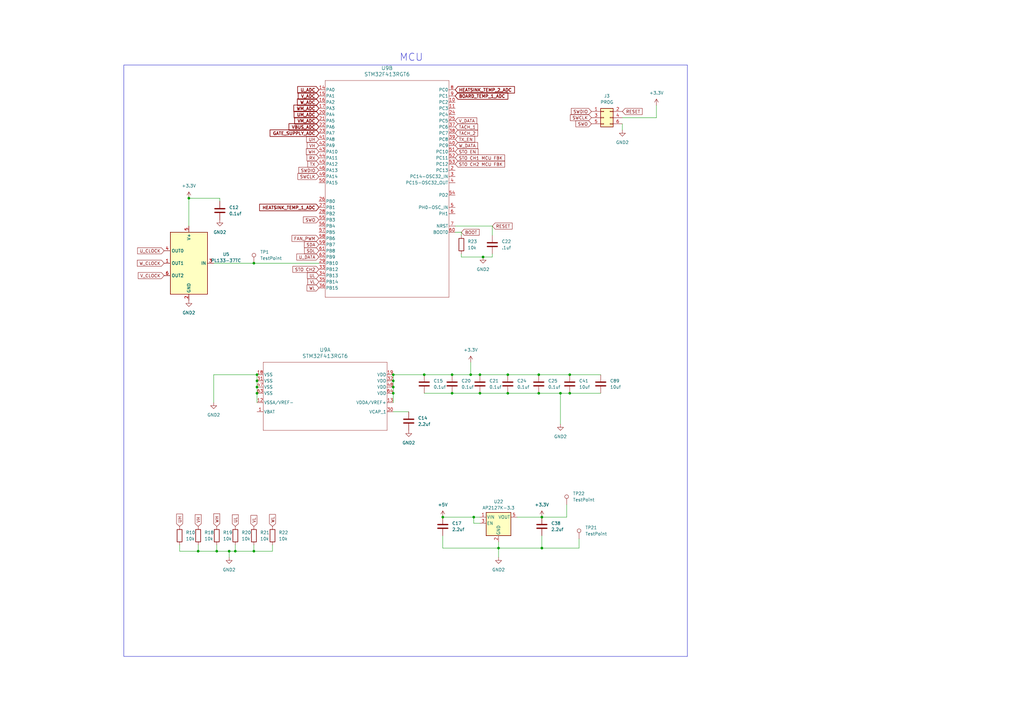
<source format=kicad_sch>
(kicad_sch (version 20231120) (generator "eeschema") (generator_version "8.0")
  (paper "A3")
  (lib_symbols
    (symbol "2023-05-15_23-02-32:STM32F413RGT6" (pin_names (offset 0.254))
      (property "Reference" "U1" (at 31.75 -45.72 0))
      (property "Value" "STM32F413RGT6" (at 25.4 -49.53 0))
      (symbol "STM32F413RGT6_1_1"
        (polyline (pts (xy 7.62 -22.86) (xy 58.42 -22.86)) (stroke (width 0.127)))
        (polyline (pts (xy 7.62 5.08) (xy 7.62 -22.86)) (stroke (width 0.127)))
        (polyline (pts (xy 58.42 -22.86) (xy 58.42 5.08)) (stroke (width 0.127)))
        (polyline (pts (xy 58.42 5.08) (xy 7.62 5.08)) (stroke (width 0.127)))
        (pin power_in line (at 5.08 -15.24 0) (length 2.54) (name "VBAT") (number "1"))
        (pin power_in line (at 5.08 -11.43 0) (length 2.54) (name "VSSA/VREF-") (number "12"))
        (pin power_in line (at 60.96 -11.43 180) (length 2.54) (name "VDDA/VREF+") (number "13"))
        (pin power_in line (at 5.08 0 0) (length 2.54) (name "VSS") (number "18"))
        (pin power_in line (at 60.96 0 180) (length 2.54) (name "VDD") (number "19"))
        (pin power_in line (at 60.96 -15.24 180) (length 2.54) (name "VCAP_1") (number "30"))
        (pin power_in line (at 5.08 -2.54 0) (length 2.54) (name "VSS") (number "31"))
        (pin power_in line (at 60.96 -2.54 180) (length 2.54) (name "VDD") (number "32"))
        (pin power_in line (at 5.08 -5.08 0) (length 2.54) (name "VSS") (number "47"))
        (pin power_in line (at 60.96 -5.08 180) (length 2.54) (name "VDD") (number "48"))
        (pin power_in line (at 5.08 -7.62 0) (length 2.54) (name "VSS") (number "63"))
        (pin power_in line (at 60.96 -7.62 180) (length 2.54) (name "VDD") (number "64"))
      )
      (symbol "STM32F413RGT6_2_1"
        (polyline (pts (xy 7.62 -83.82) (xy 58.42 -83.82)) (stroke (width 0.127)))
        (polyline (pts (xy 7.62 5.08) (xy 7.62 -83.82)) (stroke (width 0.127)))
        (polyline (pts (xy 58.42 -83.82) (xy 58.42 5.08)) (stroke (width 0.127)))
        (polyline (pts (xy 58.42 5.08) (xy 7.62 5.08)) (stroke (width 0.127)))
        (pin bidirectional line (at 60.96 -3.81 180) (length 2.54) (name "PC2") (number "10"))
        (pin bidirectional line (at 60.96 -6.35 180) (length 2.54) (name "PC3") (number "11"))
        (pin bidirectional line (at 5.08 1.27 0) (length 2.54) (name "PA0") (number "14"))
        (pin bidirectional line (at 5.08 -1.27 0) (length 2.54) (name "PA1") (number "15"))
        (pin bidirectional line (at 5.08 -3.81 0) (length 2.54) (name "PA2") (number "16"))
        (pin bidirectional line (at 5.08 -6.35 0) (length 2.54) (name "PA3") (number "17"))
        (pin bidirectional line (at 60.96 -31.75 180) (length 2.54) (name "PC13") (number "2"))
        (pin bidirectional line (at 5.08 -8.89 0) (length 2.54) (name "PA4") (number "20"))
        (pin bidirectional line (at 5.08 -11.43 0) (length 2.54) (name "PA5") (number "21"))
        (pin bidirectional line (at 5.08 -13.97 0) (length 2.54) (name "PA6") (number "22"))
        (pin bidirectional line (at 5.08 -16.51 0) (length 2.54) (name "PA7") (number "23"))
        (pin bidirectional line (at 60.96 -8.89 180) (length 2.54) (name "PC4") (number "24"))
        (pin bidirectional line (at 60.96 -11.43 180) (length 2.54) (name "PC5") (number "25"))
        (pin bidirectional line (at 5.08 -44.45 0) (length 2.54) (name "PB0") (number "26"))
        (pin bidirectional line (at 5.08 -46.99 0) (length 2.54) (name "PB1") (number "27"))
        (pin bidirectional line (at 5.08 -49.53 0) (length 2.54) (name "PB2") (number "28"))
        (pin bidirectional line (at 5.08 -69.85 0) (length 2.54) (name "PB10") (number "29"))
        (pin bidirectional line (at 60.96 -34.29 180) (length 2.54) (name "PC14-OSC32_IN") (number "3"))
        (pin bidirectional line (at 5.08 -72.39 0) (length 2.54) (name "PB12") (number "33"))
        (pin bidirectional line (at 5.08 -74.93 0) (length 2.54) (name "PB13") (number "34"))
        (pin bidirectional line (at 5.08 -77.47 0) (length 2.54) (name "PB14") (number "35"))
        (pin bidirectional line (at 5.08 -80.01 0) (length 2.54) (name "PB15") (number "36"))
        (pin bidirectional line (at 60.96 -13.97 180) (length 2.54) (name "PC6") (number "37"))
        (pin bidirectional line (at 60.96 -16.51 180) (length 2.54) (name "PC7") (number "38"))
        (pin bidirectional line (at 60.96 -19.05 180) (length 2.54) (name "PC8") (number "39"))
        (pin bidirectional line (at 60.96 -36.83 180) (length 2.54) (name "PC15-OSC32_OUT") (number "4"))
        (pin bidirectional line (at 60.96 -21.59 180) (length 2.54) (name "PC9") (number "40"))
        (pin bidirectional line (at 5.08 -19.05 0) (length 2.54) (name "PA8") (number "41"))
        (pin bidirectional line (at 5.08 -21.59 0) (length 2.54) (name "PA9") (number "42"))
        (pin bidirectional line (at 5.08 -24.13 0) (length 2.54) (name "PA10") (number "43"))
        (pin bidirectional line (at 5.08 -26.67 0) (length 2.54) (name "PA11") (number "44"))
        (pin bidirectional line (at 5.08 -31.75 0) (length 2.54) (name "PA12") (number "45"))
        (pin bidirectional line (at 5.08 -29.21 0) (length 2.54) (name "PA12") (number "45"))
        (pin bidirectional line (at 5.08 -34.29 0) (length 2.54) (name "PA13") (number "46"))
        (pin bidirectional line (at 5.08 -36.83 0) (length 2.54) (name "PA14") (number "49"))
        (pin bidirectional line (at 60.96 -46.99 180) (length 2.54) (name "PH0-OSC_IN") (number "5"))
        (pin bidirectional line (at 5.08 -39.37 0) (length 2.54) (name "PA15") (number "50"))
        (pin bidirectional line (at 60.96 -24.13 180) (length 2.54) (name "PC10") (number "51"))
        (pin bidirectional line (at 60.96 -26.67 180) (length 2.54) (name "PC11") (number "52"))
        (pin bidirectional line (at 60.96 -29.21 180) (length 2.54) (name "PC12") (number "53"))
        (pin bidirectional line (at 60.96 -41.91 180) (length 2.54) (name "PD2") (number "54"))
        (pin bidirectional line (at 5.08 -52.07 0) (length 2.54) (name "PB3") (number "55"))
        (pin bidirectional line (at 5.08 -54.61 0) (length 2.54) (name "PB4") (number "56"))
        (pin bidirectional line (at 5.08 -57.15 0) (length 2.54) (name "PB5") (number "57"))
        (pin bidirectional line (at 5.08 -59.69 0) (length 2.54) (name "PB6") (number "58"))
        (pin bidirectional line (at 5.08 -62.23 0) (length 2.54) (name "PB7") (number "59"))
        (pin bidirectional line (at 60.96 -49.53 180) (length 2.54) (name "PH1") (number "6"))
        (pin input line (at 60.96 -57.15 180) (length 2.54) (name "BOOT0") (number "60"))
        (pin bidirectional line (at 5.08 -64.77 0) (length 2.54) (name "PB8") (number "61"))
        (pin bidirectional line (at 5.08 -67.31 0) (length 2.54) (name "PB9") (number "62"))
        (pin bidirectional line (at 60.96 -54.61 180) (length 2.54) (name "NRST") (number "7"))
        (pin bidirectional line (at 60.96 1.27 180) (length 2.54) (name "PC0") (number "8"))
        (pin bidirectional line (at 60.96 -1.27 180) (length 2.54) (name "PC1") (number "9"))
      )
    )
    (symbol "Connector:TestPoint" (pin_numbers hide) (pin_names (offset 0.762) hide)
      (property "Reference" "TP" (at 0 6.858 0))
      (property "Value" "TestPoint" (at 0 5.08 0))
      (symbol "TestPoint_0_1"
        (circle (center 0 3.302) (radius 0.762))
      )
      (symbol "TestPoint_1_1"
        (pin passive line (at 0 0 90) (length 2.54) (name "1") (number "1"))
      )
    )
    (symbol "Connector_Generic:Conn_02x03_Odd_Even" (pin_names (offset 1.016) hide)
      (property "Reference" "J" (at 1.27 5.08 0))
      (property "Value" "Conn_02x03_Odd_Even" (at 1.27 -5.08 0))
      (symbol "Conn_02x03_Odd_Even_1_1"
        (rectangle (start -1.27 -2.413) (end 0 -2.667) (stroke (width 0.1524)))
        (rectangle (start -1.27 0.127) (end 0 -0.127) (stroke (width 0.1524)))
        (rectangle (start -1.27 2.667) (end 0 2.413) (stroke (width 0.1524)))
        (rectangle (start -1.27 3.81) (end 3.81 -3.81) (stroke (width 0.254)) (fill (type background)))
        (rectangle (start 3.81 -2.413) (end 2.54 -2.667) (stroke (width 0.1524)))
        (rectangle (start 3.81 0.127) (end 2.54 -0.127) (stroke (width 0.1524)))
        (rectangle (start 3.81 2.667) (end 2.54 2.413) (stroke (width 0.1524)))
        (pin passive line (at -5.08 2.54 0) (length 3.81) (name "Pin_1") (number "1"))
        (pin passive line (at 7.62 2.54 180) (length 3.81) (name "Pin_2") (number "2"))
        (pin passive line (at -5.08 0 0) (length 3.81) (name "Pin_3") (number "3"))
        (pin passive line (at 7.62 0 180) (length 3.81) (name "Pin_4") (number "4"))
        (pin passive line (at -5.08 -2.54 0) (length 3.81) (name "Pin_5") (number "5"))
        (pin passive line (at 7.62 -2.54 180) (length 3.81) (name "Pin_6") (number "6"))
      )
    )
    (symbol "Device:C" (pin_numbers hide) (pin_names (offset 0.254))
      (property "Reference" "C" (at 0.635 2.54 0))
      (property "Value" "C" (at 0.635 -2.54 0))
      (symbol "C_0_1"
        (polyline (pts (xy -2.032 -0.762) (xy 2.032 -0.762)) (stroke (width 0.508)))
        (polyline (pts (xy -2.032 0.762) (xy 2.032 0.762)) (stroke (width 0.508)))
      )
      (symbol "C_1_1"
        (pin passive line (at 0 3.81 270) (length 2.794) (name "~") (number "1"))
        (pin passive line (at 0 -3.81 90) (length 2.794) (name "~") (number "2"))
      )
    )
    (symbol "Device:R" (pin_numbers hide) (pin_names (offset 0))
      (property "Reference" "R" (at 2.032 0 90))
      (property "Value" "R" (at 0 0 90))
      (symbol "R_0_1"
        (rectangle (start -1.016 -2.54) (end 1.016 2.54) (stroke (width 0.254)))
      )
      (symbol "R_1_1"
        (pin passive line (at 0 3.81 270) (length 1.27) (name "~") (number "1"))
        (pin passive line (at 0 -3.81 90) (length 1.27) (name "~") (number "2"))
      )
    )
    (symbol "PL133:PL133-37TC"
      (property "Reference" "U22" (at -15.24 -5.4961 0))
      (property "Value" "PL133-37TC" (at -15.24 -2.9561 0))
      (symbol "PL133-37TC_0_1"
        (rectangle (start -7.62 12.7) (end 7.62 -12.7) (stroke (width 0.254)) (fill (type background)))
      )
      (symbol "PL133-37TC_1_1"
        (pin output line (at 10.16 0 180) (length 2.54) (name "OUT1") (number "1"))
        (pin power_in line (at 0 -15.24 90) (length 2.54) (name "GND") (number "2"))
        (pin input line (at -10.16 0 0) (length 2.54) (name "IN") (number "3"))
        (pin output line (at 10.16 5.08 180) (length 2.54) (name "OUT0") (number "4"))
        (pin power_in line (at 0 15.24 270) (length 2.54) (name "V+") (number "5"))
        (pin output line (at 10.16 -5.08 180) (length 2.54) (name "OUT2") (number "6"))
      )
    )
    (symbol "Regulator_Linear:AP2127K-3.3" (pin_names (offset 0.254))
      (property "Reference" "U" (at -5.08 5.715 0))
      (property "Value" "AP2127K-3.3" (at 0 5.715 0))
      (symbol "AP2127K-3.3_0_1"
        (rectangle (start -5.08 4.445) (end 5.08 -5.08) (stroke (width 0.254)) (fill (type background)))
      )
      (symbol "AP2127K-3.3_1_1"
        (pin power_in line (at -7.62 2.54 0) (length 2.54) (name "VIN") (number "1"))
        (pin power_in line (at 0 -7.62 90) (length 2.54) (name "GND") (number "2"))
        (pin input line (at -7.62 0 0) (length 2.54) (name "EN") (number "3"))
        (pin no_connect line (at 5.08 0 180) (length 2.54) hide (name "NC") (number "4"))
        (pin power_out line (at 7.62 2.54 180) (length 2.54) (name "VOUT") (number "5"))
      )
    )
    (symbol "STM32F413RGT6_1" (pin_names (offset 0.254))
      (property "Reference" "U1" (at 63.5 -38.1 0))
      (property "Value" "STM32F413RGT6_1" (at 63.5 -41.91 0))
      (symbol "STM32F413RGT6_1_1_1"
        (polyline (pts (xy 7.62 -22.86) (xy 58.42 -22.86)) (stroke (width 0.127)))
        (polyline (pts (xy 7.62 5.08) (xy 7.62 -22.86)) (stroke (width 0.127)))
        (polyline (pts (xy 58.42 -22.86) (xy 58.42 5.08)) (stroke (width 0.127)))
        (polyline (pts (xy 58.42 5.08) (xy 7.62 5.08)) (stroke (width 0.127)))
        (pin power_in line (at 5.08 -15.24 0) (length 2.54) (name "VBAT") (number "1"))
        (pin power_in line (at 5.08 -11.43 0) (length 2.54) (name "VSSA/VREF-") (number "12"))
        (pin power_in line (at 60.96 -11.43 180) (length 2.54) (name "VDDA/VREF+") (number "13"))
        (pin power_in line (at 5.08 0 0) (length 2.54) (name "VSS") (number "18"))
        (pin power_in line (at 60.96 0 180) (length 2.54) (name "VDD") (number "19"))
        (pin power_in line (at 60.96 -15.24 180) (length 2.54) (name "VCAP_1") (number "30"))
        (pin power_in line (at 5.08 -2.54 0) (length 2.54) (name "VSS") (number "31"))
        (pin power_in line (at 60.96 -2.54 180) (length 2.54) (name "VDD") (number "32"))
        (pin power_in line (at 5.08 -5.08 0) (length 2.54) (name "VSS") (number "47"))
        (pin power_in line (at 60.96 -5.08 180) (length 2.54) (name "VDD") (number "48"))
        (pin power_in line (at 5.08 -7.62 0) (length 2.54) (name "VSS") (number "63"))
        (pin power_in line (at 60.96 -7.62 180) (length 2.54) (name "VDD") (number "64"))
      )
      (symbol "STM32F413RGT6_1_2_1"
        (polyline (pts (xy 7.62 -83.82) (xy 58.42 -83.82)) (stroke (width 0.127)))
        (polyline (pts (xy 7.62 5.08) (xy 7.62 -83.82)) (stroke (width 0.127)))
        (polyline (pts (xy 58.42 -83.82) (xy 58.42 5.08)) (stroke (width 0.127)))
        (polyline (pts (xy 58.42 5.08) (xy 7.62 5.08)) (stroke (width 0.127)))
        (pin bidirectional line (at 60.96 -3.81 180) (length 2.54) (name "PC2") (number "10"))
        (pin bidirectional line (at 60.96 -6.35 180) (length 2.54) (name "PC3") (number "11"))
        (pin bidirectional line (at 5.08 1.27 0) (length 2.54) (name "PA0") (number "14"))
        (pin bidirectional line (at 5.08 -1.27 0) (length 2.54) (name "PA1") (number "15"))
        (pin bidirectional line (at 5.08 -3.81 0) (length 2.54) (name "PA2") (number "16"))
        (pin bidirectional line (at 5.08 -6.35 0) (length 2.54) (name "PA3") (number "17"))
        (pin bidirectional line (at 60.96 -31.75 180) (length 2.54) (name "PC13") (number "2"))
        (pin bidirectional line (at 5.08 -8.89 0) (length 2.54) (name "PA4") (number "20"))
        (pin bidirectional line (at 5.08 -11.43 0) (length 2.54) (name "PA5") (number "21"))
        (pin bidirectional line (at 5.08 -13.97 0) (length 2.54) (name "PA6") (number "22"))
        (pin bidirectional line (at 5.08 -16.51 0) (length 2.54) (name "PA7") (number "23"))
        (pin bidirectional line (at 60.96 -8.89 180) (length 2.54) (name "PC4") (number "24"))
        (pin bidirectional line (at 60.96 -11.43 180) (length 2.54) (name "PC5") (number "25"))
        (pin bidirectional line (at 5.08 -44.45 0) (length 2.54) (name "PB0") (number "26"))
        (pin bidirectional line (at 5.08 -46.99 0) (length 2.54) (name "PB1") (number "27"))
        (pin bidirectional line (at 5.08 -49.53 0) (length 2.54) (name "PB2") (number "28"))
        (pin bidirectional line (at 5.08 -69.85 0) (length 2.54) (name "PB10") (number "29"))
        (pin bidirectional line (at 60.96 -34.29 180) (length 2.54) (name "PC14-OSC32_IN") (number "3"))
        (pin bidirectional line (at 5.08 -72.39 0) (length 2.54) (name "PB12") (number "33"))
        (pin bidirectional line (at 5.08 -74.93 0) (length 2.54) (name "PB13") (number "34"))
        (pin bidirectional line (at 5.08 -77.47 0) (length 2.54) (name "PB14") (number "35"))
        (pin bidirectional line (at 5.08 -80.01 0) (length 2.54) (name "PB15") (number "36"))
        (pin bidirectional line (at 60.96 -13.97 180) (length 2.54) (name "PC6") (number "37"))
        (pin bidirectional line (at 60.96 -16.51 180) (length 2.54) (name "PC7") (number "38"))
        (pin bidirectional line (at 60.96 -19.05 180) (length 2.54) (name "PC8") (number "39"))
        (pin bidirectional line (at 60.96 -36.83 180) (length 2.54) (name "PC15-OSC32_OUT") (number "4"))
        (pin bidirectional line (at 60.96 -21.59 180) (length 2.54) (name "PC9") (number "40"))
        (pin bidirectional line (at 5.08 -19.05 0) (length 2.54) (name "PA8") (number "41"))
        (pin bidirectional line (at 5.08 -21.59 0) (length 2.54) (name "PA9") (number "42"))
        (pin bidirectional line (at 5.08 -24.13 0) (length 2.54) (name "PA10") (number "43"))
        (pin bidirectional line (at 5.08 -26.67 0) (length 2.54) (name "PA11") (number "44"))
        (pin bidirectional line (at 5.08 -29.21 0) (length 2.54) (name "PA12") (number "45"))
        (pin bidirectional line (at 5.08 -31.75 0) (length 2.54) (name "PA13") (number "46"))
        (pin bidirectional line (at 5.08 -34.29 0) (length 2.54) (name "PA14") (number "49"))
        (pin bidirectional line (at 60.96 -46.99 180) (length 2.54) (name "PH0-OSC_IN") (number "5"))
        (pin bidirectional line (at 5.08 -36.83 0) (length 2.54) (name "PA15") (number "50"))
        (pin bidirectional line (at 60.96 -24.13 180) (length 2.54) (name "PC10") (number "51"))
        (pin bidirectional line (at 60.96 -26.67 180) (length 2.54) (name "PC11") (number "52"))
        (pin bidirectional line (at 60.96 -29.21 180) (length 2.54) (name "PC12") (number "53"))
        (pin bidirectional line (at 60.96 -41.91 180) (length 2.54) (name "PD2") (number "54"))
        (pin bidirectional line (at 5.08 -52.07 0) (length 2.54) (name "PB3") (number "55"))
        (pin bidirectional line (at 5.08 -54.61 0) (length 2.54) (name "PB4") (number "56"))
        (pin bidirectional line (at 5.08 -57.15 0) (length 2.54) (name "PB5") (number "57"))
        (pin bidirectional line (at 5.08 -59.69 0) (length 2.54) (name "PB6") (number "58"))
        (pin bidirectional line (at 5.08 -62.23 0) (length 2.54) (name "PB7") (number "59"))
        (pin bidirectional line (at 60.96 -49.53 180) (length 2.54) (name "PH1") (number "6"))
        (pin input line (at 60.96 -57.15 180) (length 2.54) (name "BOOT0") (number "60"))
        (pin bidirectional line (at 5.08 -64.77 0) (length 2.54) (name "PB8") (number "61"))
        (pin bidirectional line (at 5.08 -67.31 0) (length 2.54) (name "PB9") (number "62"))
        (pin bidirectional line (at 60.96 -54.61 180) (length 2.54) (name "NRST") (number "7"))
        (pin bidirectional line (at 60.96 1.27 180) (length 2.54) (name "PC0") (number "8"))
        (pin bidirectional line (at 60.96 -1.27 180) (length 2.54) (name "PC1") (number "9"))
      )
    )
    (symbol "power:+3.3V" (power) (pin_names (offset 0))
      (property "Value" "+3.3V" (at 0 3.556 0))
      (symbol "+3.3V_0_1"
        (polyline (pts (xy -0.762 1.27) (xy 0 2.54)))
        (polyline (pts (xy 0 0) (xy 0 2.54)))
        (polyline (pts (xy 0 2.54) (xy 0.762 1.27)))
      )
      (symbol "+3.3V_1_1"
        (pin power_in line (at 0 0 90) (length 0) hide (name "+3.3V") (number "1"))
      )
    )
    (symbol "power:+5V" (power) (pin_names (offset 0))
      (property "Value" "+5V" (at 0 3.556 0))
      (symbol "+5V_0_1"
        (polyline (pts (xy -0.762 1.27) (xy 0 2.54)))
        (polyline (pts (xy 0 0) (xy 0 2.54)))
        (polyline (pts (xy 0 2.54) (xy 0.762 1.27)))
      )
      (symbol "+5V_1_1"
        (pin power_in line (at 0 0 90) (length 0) hide (name "+5V") (number "1"))
      )
    )
    (symbol "power:GND2" (power) (pin_names (offset 0))
      (property "Value" "GND2" (at 0 -3.81 0))
      (symbol "GND2_0_1"
        (polyline (pts (xy 0 0) (xy 0 -1.27) (xy 1.27 -1.27) (xy 0 -2.54) (xy -1.27 -1.27) (xy 0 -1.27)))
      )
      (symbol "GND2_1_1"
        (pin power_in line (at 0 0 270) (length 0) hide (name "GND2") (number "1"))
      )
    )
  )
  (junction (at 81.28 226.06))
  (junction (at 161.29 153.67))
  (junction (at 220.98 161.29))
  (junction (at 96.52 226.06))
  (junction (at 104.14 226.06))
  (junction (at 220.98 153.67))
  (junction (at 208.28 161.29))
  (junction (at 173.99 153.67))
  (junction (at 233.68 161.29))
  (junction (at 194.31 212.09))
  (junction (at 229.87 161.29))
  (junction (at 185.42 161.29))
  (junction (at 105.41 153.67))
  (junction (at 105.41 158.75))
  (junction (at 161.29 161.29))
  (junction (at 104.14 107.95))
  (junction (at 193.04 153.67))
  (junction (at 204.47 224.79))
  (junction (at 105.41 156.21))
  (junction (at 233.68 153.67))
  (junction (at 161.29 156.21))
  (junction (at 161.29 158.75))
  (junction (at 196.85 153.67))
  (junction (at 181.61 212.09))
  (junction (at 93.98 226.06))
  (junction (at 77.47 81.28))
  (junction (at 105.41 161.29))
  (junction (at 208.28 153.67))
  (junction (at 185.42 153.67))
  (junction (at 88.9 226.06))
  (junction (at 196.85 161.29))
  (junction (at 222.25 212.09))
  (junction (at 198.12 105.41))
  (junction (at 222.25 224.79))
  (wire (pts (xy 196.85 214.63) (xy 194.31 214.63)))
  (wire (pts (xy 88.9 226.06) (xy 93.98 226.06)))
  (wire (pts (xy 90.17 81.28) (xy 90.17 82.55)))
  (wire (pts (xy 222.25 224.79) (xy 204.47 224.79)))
  (wire (pts (xy 204.47 222.25) (xy 204.47 224.79)))
  (wire (pts (xy 93.98 226.06) (xy 93.98 228.6)))
  (wire (pts (xy 194.31 212.09) (xy 196.85 212.09)))
  (wire (pts (xy 194.31 214.63) (xy 194.31 212.09)))
  (wire (pts (xy 233.68 161.29) (xy 246.38 161.29)))
  (wire (pts (xy 111.76 226.06) (xy 111.76 223.52)))
  (wire (pts (xy 104.14 107.95) (xy 130.81 107.95)))
  (wire (pts (xy 161.29 156.21) (xy 161.29 158.75)))
  (wire (pts (xy 161.29 168.91) (xy 167.64 168.91)))
  (wire (pts (xy 201.93 92.71) (xy 186.69 92.71)))
  (wire (pts (xy 201.93 104.14) (xy 201.93 105.41)))
  (wire (pts (xy 237.49 220.98) (xy 237.49 224.79)))
  (wire (pts (xy 208.28 153.67) (xy 220.98 153.67)))
  (wire (pts (xy 96.52 226.06) (xy 104.14 226.06)))
  (wire (pts (xy 201.93 92.71) (xy 201.93 96.52)))
  (wire (pts (xy 220.98 161.29) (xy 229.87 161.29)))
  (wire (pts (xy 77.47 81.28) (xy 90.17 81.28)))
  (wire (pts (xy 269.24 43.18) (xy 269.24 48.26)))
  (wire (pts (xy 77.47 81.28) (xy 77.47 92.71)))
  (wire (pts (xy 269.24 48.26) (xy 255.27 48.26)))
  (wire (pts (xy 81.28 223.52) (xy 81.28 226.06)))
  (wire (pts (xy 222.25 219.71) (xy 222.25 224.79)))
  (wire (pts (xy 185.42 153.67) (xy 173.99 153.67)))
  (wire (pts (xy 232.41 212.09) (xy 222.25 212.09)))
  (wire (pts (xy 105.41 153.67) (xy 105.41 156.21)))
  (wire (pts (xy 233.68 153.67) (xy 246.38 153.67)))
  (wire (pts (xy 173.99 161.29) (xy 185.42 161.29)))
  (wire (pts (xy 189.23 95.25) (xy 189.23 96.52)))
  (wire (pts (xy 212.09 212.09) (xy 222.25 212.09)))
  (wire (pts (xy 232.41 207.01) (xy 232.41 212.09)))
  (wire (pts (xy 161.29 161.29) (xy 161.29 165.1)))
  (wire (pts (xy 186.69 95.25) (xy 189.23 95.25)))
  (wire (pts (xy 104.14 223.52) (xy 104.14 226.06)))
  (wire (pts (xy 196.85 153.67) (xy 208.28 153.67)))
  (wire (pts (xy 193.04 153.67) (xy 196.85 153.67)))
  (wire (pts (xy 161.29 153.67) (xy 161.29 156.21)))
  (wire (pts (xy 73.66 223.52) (xy 73.66 226.06)))
  (wire (pts (xy 237.49 224.79) (xy 222.25 224.79)))
  (wire (pts (xy 181.61 212.09) (xy 194.31 212.09)))
  (wire (pts (xy 87.63 165.1) (xy 87.63 153.67)))
  (wire (pts (xy 81.28 226.06) (xy 88.9 226.06)))
  (wire (pts (xy 105.41 156.21) (xy 105.41 158.75)))
  (wire (pts (xy 189.23 104.14) (xy 189.23 105.41)))
  (wire (pts (xy 73.66 226.06) (xy 81.28 226.06)))
  (wire (pts (xy 204.47 224.79) (xy 204.47 228.6)))
  (wire (pts (xy 173.99 153.67) (xy 161.29 153.67)))
  (wire (pts (xy 196.85 161.29) (xy 208.28 161.29)))
  (wire (pts (xy 201.93 105.41) (xy 198.12 105.41)))
  (wire (pts (xy 105.41 158.75) (xy 105.41 161.29)))
  (wire (pts (xy 181.61 219.71) (xy 181.61 224.79)))
  (wire (pts (xy 88.9 223.52) (xy 88.9 226.06)))
  (wire (pts (xy 181.61 224.79) (xy 204.47 224.79)))
  (wire (pts (xy 87.63 107.95) (xy 104.14 107.95)))
  (wire (pts (xy 104.14 226.06) (xy 111.76 226.06)))
  (wire (pts (xy 193.04 148.59) (xy 193.04 153.67)))
  (wire (pts (xy 229.87 161.29) (xy 229.87 173.99)))
  (wire (pts (xy 96.52 223.52) (xy 96.52 226.06)))
  (wire (pts (xy 93.98 226.06) (xy 96.52 226.06)))
  (wire (pts (xy 105.41 161.29) (xy 105.41 165.1)))
  (wire (pts (xy 255.27 50.8) (xy 255.27 53.34)))
  (wire (pts (xy 87.63 153.67) (xy 105.41 153.67)))
  (wire (pts (xy 229.87 161.29) (xy 233.68 161.29)))
  (wire (pts (xy 189.23 105.41) (xy 198.12 105.41)))
  (wire (pts (xy 220.98 153.67) (xy 233.68 153.67)))
  (wire (pts (xy 185.42 161.29) (xy 196.85 161.29)))
  (wire (pts (xy 193.04 153.67) (xy 185.42 153.67)))
  (wire (pts (xy 208.28 161.29) (xy 220.98 161.29)))
  (wire (pts (xy 161.29 158.75) (xy 161.29 161.29)))
  (rectangle (start 50.8 26.67) (end 281.94 269.24))
  (text "MCU" (at 163.83 25.4 0) (effects (font (size 3 3)) (justify left bottom)))
  (global_label "HEATSINK_TEMP_1_ADC" (shape input) (at 130.81 85.09 180) (effects (font (bold yes))) (property "Intersheetrefs" "${INTERSHEET_REFS}" (effects (hide yes))))
  (global_label "VL" (shape input) (at 130.81 115.57 180) (property "Intersheetrefs" "${INTERSHEET_REFS}" (effects (hide yes))))
  (global_label "W_CLOCK" (shape input) (at 67.31 107.95 180) (property "Intersheetrefs" "${INTERSHEET_REFS}" (effects (hide yes))))
  (global_label "FAN_PWM" (shape input) (at 130.81 97.79 180) (property "Intersheetrefs" "${INTERSHEET_REFS}" (effects (hide yes))))
  (global_label "W_ADC" (shape input) (at 130.81 41.91 180) (effects (font (bold yes))) (property "Intersheetrefs" "${INTERSHEET_REFS}" (effects (hide yes))))
  (global_label "VBUS_ADC" (shape input) (at 130.81 52.07 180) (effects (font (bold yes))) (property "Intersheetrefs" "${INTERSHEET_REFS}" (effects (hide yes))))
  (global_label "UH" (shape input) (at 130.81 57.15 180) (property "Intersheetrefs" "${INTERSHEET_REFS}" (effects (hide yes))))
  (global_label "SDA" (shape input) (at 130.81 100.33 180) (property "Intersheetrefs" "${INTERSHEET_REFS}" (effects (hide yes))))
  (global_label "WL" (shape input) (at 130.81 118.11 180) (property "Intersheetrefs" "${INTERSHEET_REFS}" (effects (hide yes))))
  (global_label "STO CH2 MCU FBK" (shape input) (at 186.69 67.31 0) (property "Intersheetrefs" "${INTERSHEET_REFS}" (effects (hide yes))))
  (global_label "VH" (shape input) (at 81.28 215.9 90) (property "Intersheetrefs" "${INTERSHEET_REFS}" (effects (hide yes))))
  (global_label "HEATSINK_TEMP_2_ADC" (shape input) (at 186.69 36.83 0) (effects (font (bold yes))) (property "Intersheetrefs" "${INTERSHEET_REFS}" (effects (hide yes))))
  (global_label "RX" (shape input) (at 130.81 64.77 180) (property "Intersheetrefs" "${INTERSHEET_REFS}" (effects (hide yes))))
  (global_label "SDL" (shape input) (at 130.81 102.87 180) (property "Intersheetrefs" "${INTERSHEET_REFS}" (effects (hide yes))))
  (global_label "TACH_1" (shape input) (at 186.69 52.07 0) (property "Intersheetrefs" "${INTERSHEET_REFS}" (effects (hide yes))))
  (global_label "VM_ADC" (shape input) (at 130.81 49.53 180) (effects (font (bold yes))) (property "Intersheetrefs" "${INTERSHEET_REFS}" (effects (hide yes))))
  (global_label "STO CH2" (shape input) (at 130.81 110.49 180) (property "Intersheetrefs" "${INTERSHEET_REFS}" (effects (hide yes))))
  (global_label "U_DATA" (shape input) (at 130.81 105.41 180) (property "Intersheetrefs" "${INTERSHEET_REFS}" (effects (hide yes))))
  (global_label "SWCLK" (shape input) (at 130.81 72.39 180) (property "Intersheetrefs" "${INTERSHEET_REFS}" (effects (hide yes))))
  (global_label "RESET" (shape input) (at 201.93 92.71 0) (property "Intersheetrefs" "${INTERSHEET_REFS}" (effects (hide yes))))
  (global_label "WH" (shape input) (at 88.9 215.9 90) (property "Intersheetrefs" "${INTERSHEET_REFS}" (effects (hide yes))))
  (global_label "BOOT" (shape input) (at 189.23 95.25 0) (property "Intersheetrefs" "${INTERSHEET_REFS}" (effects (hide yes))))
  (global_label "WH" (shape input) (at 130.81 62.23 180) (property "Intersheetrefs" "${INTERSHEET_REFS}" (effects (hide yes))))
  (global_label "WL" (shape input) (at 111.76 215.9 90) (property "Intersheetrefs" "${INTERSHEET_REFS}" (effects (hide yes))))
  (global_label "UL" (shape input) (at 130.81 113.03 180) (property "Intersheetrefs" "${INTERSHEET_REFS}" (effects (hide yes))))
  (global_label "SWDIO" (shape input) (at 242.57 45.72 180) (property "Intersheetrefs" "${INTERSHEET_REFS}" (effects (hide yes))))
  (global_label "UL" (shape input) (at 96.52 215.9 90) (property "Intersheetrefs" "${INTERSHEET_REFS}" (effects (hide yes))))
  (global_label "SWCLK" (shape input) (at 242.57 48.26 180) (property "Intersheetrefs" "${INTERSHEET_REFS}" (effects (hide yes))))
  (global_label "UM_ADC" (shape input) (at 130.81 46.99 180) (effects (font (bold yes))) (property "Intersheetrefs" "${INTERSHEET_REFS}" (effects (hide yes))))
  (global_label "GATE_SUPPLY_ADC" (shape input) (at 130.81 54.61 180) (effects (font (bold yes))) (property "Intersheetrefs" "${INTERSHEET_REFS}" (effects (hide yes))))
  (global_label "STO EN" (shape input) (at 186.69 62.23 0) (property "Intersheetrefs" "${INTERSHEET_REFS}" (effects (hide yes))))
  (global_label "V_ADC" (shape input) (at 130.81 39.37 180) (effects (font (bold yes))) (property "Intersheetrefs" "${INTERSHEET_REFS}" (effects (hide yes))))
  (global_label "TACH_2" (shape input) (at 186.69 54.61 0) (property "Intersheetrefs" "${INTERSHEET_REFS}" (effects (hide yes))))
  (global_label "U_ADC" (shape input) (at 130.81 36.83 180) (effects (font (bold yes))) (property "Intersheetrefs" "${INTERSHEET_REFS}" (effects (hide yes))))
  (global_label "U_CLOCK" (shape input) (at 67.31 102.87 180) (property "Intersheetrefs" "${INTERSHEET_REFS}" (effects (hide yes))))
  (global_label "W_DATA" (shape input) (at 186.69 59.69 0) (property "Intersheetrefs" "${INTERSHEET_REFS}" (effects (hide yes))))
  (global_label "SWO" (shape input) (at 242.57 50.8 180) (property "Intersheetrefs" "${INTERSHEET_REFS}" (effects (hide yes))))
  (global_label "SWO" (shape input) (at 130.81 90.17 180) (property "Intersheetrefs" "${INTERSHEET_REFS}" (effects (hide yes))))
  (global_label "VH" (shape input) (at 130.81 59.69 180) (property "Intersheetrefs" "${INTERSHEET_REFS}" (effects (hide yes))))
  (global_label "UH" (shape input) (at 73.66 215.9 90) (property "Intersheetrefs" "${INTERSHEET_REFS}" (effects (hide yes))))
  (global_label "SWDIO" (shape input) (at 130.81 69.85 180) (property "Intersheetrefs" "${INTERSHEET_REFS}" (effects (hide yes))))
  (global_label "TX_EN" (shape input) (at 186.69 57.15 0) (property "Intersheetrefs" "${INTERSHEET_REFS}" (effects (hide yes))))
  (global_label "WM_ADC" (shape input) (at 130.81 44.45 180) (effects (font (bold yes))) (property "Intersheetrefs" "${INTERSHEET_REFS}" (effects (hide yes))))
  (global_label "V_CLOCK" (shape input) (at 67.31 113.03 180) (property "Intersheetrefs" "${INTERSHEET_REFS}" (effects (hide yes))))
  (global_label "V_DATA" (shape input) (at 186.69 49.53 0) (property "Intersheetrefs" "${INTERSHEET_REFS}" (effects (hide yes))))
  (global_label "RESET" (shape input) (at 255.27 45.72 0) (property "Intersheetrefs" "${INTERSHEET_REFS}" (effects (hide yes))))
  (global_label "VL" (shape input) (at 104.14 215.9 90) (property "Intersheetrefs" "${INTERSHEET_REFS}" (effects (hide yes))))
  (global_label "BOARD_TEMP_1_ADC" (shape input) (at 186.69 39.37 0) (effects (font (bold yes))) (property "Intersheetrefs" "${INTERSHEET_REFS}" (effects (hide yes))))
  (global_label "STO CH1 MCU FBK" (shape input) (at 186.69 64.77 0) (property "Intersheetrefs" "${INTERSHEET_REFS}" (effects (hide yes))))
  (global_label "TX" (shape input) (at 130.81 67.31 180) (property "Intersheetrefs" "${INTERSHEET_REFS}" (effects (hide yes))))
  (symbol (lib_id "power:GND2") (at 77.47 123.19 0) (unit 1)
    (property "Reference" "#PWR031" (effects (hide yes)))
    (property "Value" "GND2" (at 77.47 128.27 0))
  )
  (symbol (lib_id "Device:C") (at 222.25 215.9 0) (unit 1)
    (property "Reference" "C38" (at 226.06 214.63 0) (effects (justify left)))
    (property "Value" "2.2uf" (at 226.06 217.17 0) (effects (justify left)))
    (property "Footprint" "Capacitor_SMD:C_0603_1608Metric" (effects (hide yes)))
  )
  (symbol (lib_id "Connector:TestPoint") (at 232.41 207.01 0) (unit 1)
    (property "Reference" "TP22" (at 234.95 202.438 0) (effects (justify left)))
    (property "Value" "TestPoint" (at 234.95 204.978 0) (effects (justify left)))
    (property "Footprint" "footprints:TestPoint_Pad_3.1x1.6mm" (effects (hide yes)))
  )
  (symbol (lib_id "Connector:TestPoint") (at 104.14 107.95 0) (unit 1)
    (property "Reference" "TP1" (at 106.68 103.378 0) (effects (justify left)))
    (property "Value" "TestPoint" (at 106.68 105.918 0) (effects (justify left)))
    (property "Footprint" "footprints:TestPoint_Pad_3.1x1.6mm" (effects (hide yes)))
  )
  (symbol (lib_id "power:GND2") (at 167.64 176.53 0) (unit 1)
    (property "Reference" "#PWR038" (effects (hide yes)))
    (property "Value" "GND2" (at 167.64 181.61 0))
  )
  (symbol (lib_id "Device:C") (at 167.64 172.72 0) (unit 1)
    (property "Reference" "C14" (at 171.45 171.45 0) (effects (justify left)))
    (property "Value" "2.2uf" (at 171.45 173.99 0) (effects (justify left)))
    (property "Footprint" "Capacitor_SMD:C_0603_1608Metric" (effects (hide yes)))
  )
  (symbol (lib_id "Regulator_Linear:AP2127K-3.3") (at 204.47 214.63 0) (unit 1)
    (property "Reference" "U22" (at 204.47 205.74 0))
    (property "Value" "AP2127K-3.3" (at 204.47 208.28 0))
    (property "Footprint" "Package_TO_SOT_SMD:SOT-23-5" (effects (hide yes)))
    (property "Datasheet" "https://www.diodes.com/assets/Datasheets/AP2127.pdf" (effects (hide yes)))
  )
  (symbol (lib_id "Device:C") (at 90.17 86.36 0) (unit 1)
    (property "Reference" "C12" (at 93.98 85.09 0) (effects (justify left)))
    (property "Value" "0.1uf" (at 93.98 87.63 0) (effects (justify left)))
    (property "Footprint" "Capacitor_SMD:C_0603_1608Metric" (effects (hide yes)))
  )
  (symbol (lib_id "Device:R") (at 73.66 219.71 0) (unit 1)
    (property "Reference" "R10" (at 76.2 218.44 0) (effects (justify left)))
    (property "Value" "10k" (at 76.2 220.98 0) (effects (justify left)))
    (property "Footprint" "Resistor_SMD:R_0603_1608Metric" (effects (hide yes)))
  )
  (symbol (lib_id "Device:C") (at 246.38 157.48 0) (unit 1)
    (property "Reference" "C89" (at 250.19 156.21 0) (effects (justify left)))
    (property "Value" "10uf" (at 250.19 158.75 0) (effects (justify left)))
    (property "Footprint" "Capacitor_SMD:C_0805_2012Metric" (effects (hide yes)))
  )
  (symbol (lib_id "power:GND2") (at 255.27 53.34 0) (unit 1)
    (property "Reference" "#PWR0131" (effects (hide yes)))
    (property "Value" "GND2" (at 255.27 58.42 0))
  )
  (symbol (lib_id "PL133:PL133-37TC") (at 77.47 107.95 0) (mirror y) (unit 1)
    (property "Reference" "U5" (at 92.71 104.3021 0))
    (property "Value" "PL133-37TC" (at 92.71 106.8421 0))
    (property "Footprint" "Package_TO_SOT_SMD:SOT-23-6" (effects (hide yes)))
  )
  (symbol (lib_id "Device:C") (at 173.99 157.48 0) (unit 1)
    (property "Reference" "C15" (at 177.8 156.21 0) (effects (justify left)))
    (property "Value" "0.1uf" (at 177.8 158.75 0) (effects (justify left)))
    (property "Footprint" "Capacitor_SMD:C_0603_1608Metric" (effects (hide yes)))
  )
  (symbol (lib_id "power:GND2") (at 229.87 173.99 0) (unit 1)
    (property "Reference" "#PWR0130" (effects (hide yes)))
    (property "Value" "GND2" (at 229.87 179.07 0))
  )
  (symbol (lib_id "Connector:TestPoint") (at 237.49 220.98 0) (unit 1)
    (property "Reference" "TP21" (at 240.03 216.408 0) (effects (justify left)))
    (property "Value" "TestPoint" (at 240.03 218.948 0) (effects (justify left)))
    (property "Footprint" "footprints:TestPoint_Pad_3.1x1.6mm" (effects (hide yes)))
  )
  (symbol (lib_id "2023-05-15_23-02-32:STM32F413RGT6") (at 100.33 153.67 0) (unit 1)
    (property "Reference" "U9" (at 133.35 143.51 0) (effects (font (size 1.524 1.524))))
    (property "Value" "STM32F413RGT6" (at 133.35 146.05 0) (effects (font (size 1.524 1.524))))
    (property "Footprint" "footprints:LQFP64-10x10mm" (effects (hide yes)))
    (property "Datasheet" "STM32F413RGT6" (effects (hide yes)))
  )
  (symbol (lib_id "power:+3.3V") (at 222.25 212.09 0) (unit 1)
    (property "Reference" "#PWR076" (effects (hide yes)))
    (property "Value" "+3.3V" (at 222.25 207.01 0))
  )
  (symbol (lib_id "Device:C") (at 185.42 157.48 0) (unit 1)
    (property "Reference" "C20" (at 189.23 156.21 0) (effects (justify left)))
    (property "Value" "0.1uf" (at 189.23 158.75 0) (effects (justify left)))
    (property "Footprint" "Capacitor_SMD:C_0603_1608Metric" (effects (hide yes)))
  )
  (symbol (lib_id "Device:C") (at 181.61 215.9 0) (unit 1)
    (property "Reference" "C17" (at 185.42 214.63 0) (effects (justify left)))
    (property "Value" "2.2uf" (at 185.42 217.17 0) (effects (justify left)))
    (property "Footprint" "Capacitor_SMD:C_0603_1608Metric" (effects (hide yes)))
  )
  (symbol (lib_id "Device:C") (at 220.98 157.48 0) (unit 1)
    (property "Reference" "C25" (at 224.79 156.21 0) (effects (justify left)))
    (property "Value" "0.1uf" (at 224.79 158.75 0) (effects (justify left)))
    (property "Footprint" "Capacitor_SMD:C_0603_1608Metric" (effects (hide yes)))
  )
  (symbol (lib_id "Device:R") (at 81.28 219.71 0) (unit 1)
    (property "Reference" "R18" (at 83.82 218.44 0) (effects (justify left)))
    (property "Value" "10k" (at 83.82 220.98 0) (effects (justify left)))
    (property "Footprint" "Resistor_SMD:R_0603_1608Metric" (effects (hide yes)))
  )
  (symbol (lib_id "Device:R") (at 96.52 219.71 0) (unit 1)
    (property "Reference" "R20" (at 99.06 218.44 0) (effects (justify left)))
    (property "Value" "10k" (at 99.06 220.98 0) (effects (justify left)))
    (property "Footprint" "Resistor_SMD:R_0603_1608Metric" (effects (hide yes)))
  )
  (symbol (lib_name "STM32F413RGT6_1") (lib_id "2023-05-15_23-02-32:STM32F413RGT6") (at 125.73 38.1 0) (unit 2)
    (property "Reference" "U9" (at 158.75 27.94 0) (effects (font (size 1.524 1.524))))
    (property "Value" "STM32F413RGT6" (at 158.75 30.48 0) (effects (font (size 1.524 1.524))))
    (property "Footprint" "footprints:LQFP64-10x10mm" (effects (hide yes)))
    (property "Datasheet" "STM32F413RGT6" (effects (hide yes)))
  )
  (symbol (lib_id "Device:R") (at 189.23 100.33 0) (unit 1)
    (property "Reference" "R23" (at 191.77 99.06 0) (effects (justify left)))
    (property "Value" "10k" (at 191.77 101.6 0) (effects (justify left)))
    (property "Footprint" "Resistor_SMD:R_0603_1608Metric" (effects (hide yes)))
  )
  (symbol (lib_id "power:+3.3V") (at 193.04 148.59 0) (unit 1)
    (property "Reference" "#PWR048" (effects (hide yes)))
    (property "Value" "+3.3V" (at 193.04 143.51 0))
  )
  (symbol (lib_id "Device:R") (at 111.76 219.71 0) (unit 1)
    (property "Reference" "R22" (at 114.3 218.44 0) (effects (justify left)))
    (property "Value" "10k" (at 114.3 220.98 0) (effects (justify left)))
    (property "Footprint" "Resistor_SMD:R_0603_1608Metric" (effects (hide yes)))
  )
  (symbol (lib_id "power:GND2") (at 93.98 228.6 0) (unit 1)
    (property "Reference" "#PWR035" (effects (hide yes)))
    (property "Value" "GND2" (at 93.98 233.68 0))
  )
  (symbol (lib_id "Device:R") (at 88.9 219.71 0) (unit 1)
    (property "Reference" "R19" (at 91.44 218.44 0) (effects (justify left)))
    (property "Value" "10k" (at 91.44 220.98 0) (effects (justify left)))
    (property "Footprint" "Resistor_SMD:R_0603_1608Metric" (effects (hide yes)))
  )
  (symbol (lib_id "power:+3.3V") (at 77.47 81.28 0) (unit 1)
    (property "Reference" "#PWR030" (effects (hide yes)))
    (property "Value" "+3.3V" (at 77.47 76.2 0))
  )
  (symbol (lib_id "Device:C") (at 201.93 100.33 0) (unit 1)
    (property "Reference" "C22" (at 205.74 99.06 0) (effects (justify left)))
    (property "Value" ".1uf" (at 205.74 101.6 0) (effects (justify left)))
    (property "Footprint" "Capacitor_SMD:C_0603_1608Metric" (effects (hide yes)))
  )
  (symbol (lib_id "Device:C") (at 208.28 157.48 0) (unit 1)
    (property "Reference" "C24" (at 212.09 156.21 0) (effects (justify left)))
    (property "Value" "0.1uf" (at 212.09 158.75 0) (effects (justify left)))
    (property "Footprint" "Capacitor_SMD:C_0603_1608Metric" (effects (hide yes)))
  )
  (symbol (lib_id "Device:R") (at 104.14 219.71 0) (unit 1)
    (property "Reference" "R21" (at 106.68 218.44 0) (effects (justify left)))
    (property "Value" "10k" (at 106.68 220.98 0) (effects (justify left)))
    (property "Footprint" "Resistor_SMD:R_0603_1608Metric" (effects (hide yes)))
  )
  (symbol (lib_id "Device:C") (at 196.85 157.48 0) (unit 1)
    (property "Reference" "C21" (at 200.66 156.21 0) (effects (justify left)))
    (property "Value" "0.1uf" (at 200.66 158.75 0) (effects (justify left)))
    (property "Footprint" "Capacitor_SMD:C_0603_1608Metric" (effects (hide yes)))
  )
  (symbol (lib_id "power:GND2") (at 204.47 228.6 0) (unit 1)
    (property "Reference" "#PWR075" (effects (hide yes)))
    (property "Value" "GND2" (at 204.47 233.68 0))
  )
  (symbol (lib_id "Device:C") (at 233.68 157.48 0) (unit 1)
    (property "Reference" "C41" (at 237.49 156.21 0) (effects (justify left)))
    (property "Value" "10uf" (at 237.49 158.75 0) (effects (justify left)))
    (property "Footprint" "Capacitor_SMD:C_0805_2012Metric" (effects (hide yes)))
  )
  (symbol (lib_id "power:GND2") (at 198.12 105.41 0) (unit 1)
    (property "Reference" "#PWR074" (effects (hide yes)))
    (property "Value" "GND2" (at 198.12 110.49 0))
  )
  (symbol (lib_id "power:GND2") (at 90.17 90.17 0) (unit 1)
    (property "Reference" "#PWR034" (effects (hide yes)))
    (property "Value" "GND2" (at 90.17 95.25 0))
  )
  (symbol (lib_id "power:GND2") (at 87.63 165.1 0) (unit 1)
    (property "Reference" "#PWR032" (effects (hide yes)))
    (property "Value" "GND2" (at 87.63 170.18 0))
  )
  (symbol (lib_id "power:+3.3V") (at 269.24 43.18 0) (unit 1)
    (property "Reference" "#PWR0132" (effects (hide yes)))
    (property "Value" "+3.3V" (at 269.24 38.1 0))
  )
  (symbol (lib_id "power:+5V") (at 181.61 212.09 0) (unit 1)
    (property "Reference" "#PWR043" (effects (hide yes)))
    (property "Value" "+5V" (at 181.61 207.01 0))
  )
  (symbol (lib_id "Connector_Generic:Conn_02x03_Odd_Even") (at 247.65 48.26 0) (unit 1)
    (property "Reference" "J3" (at 248.92 39.37 0))
    (property "Value" "PROG" (at 248.92 41.91 0))
    (property "Footprint" "Connector_PinHeader_2.54mm:PinHeader_2x03_P2.54mm_Vertical" (effects (hide yes)))
  )
)
</source>
